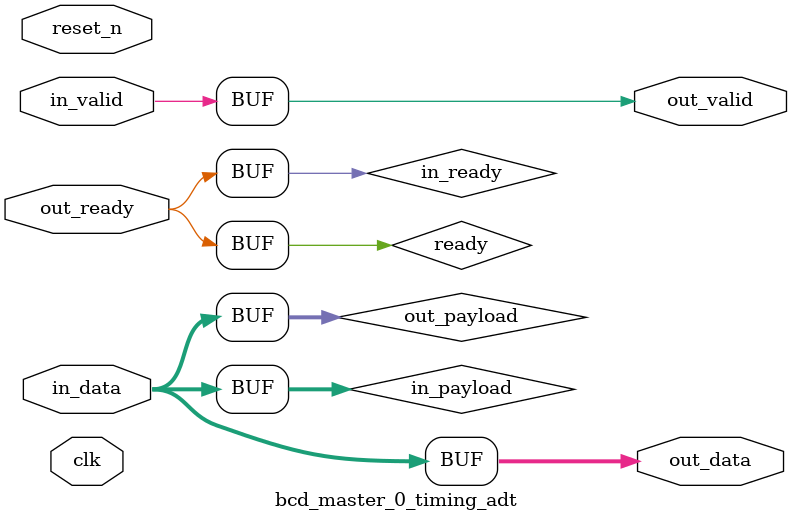
<source format=v>

`timescale 1ns / 100ps
module bcd_master_0_timing_adt (
    
      // Interface: clk
      input              clk,
      // Interface: reset
      input              reset_n,
      // Interface: in
      input              in_valid,
      input      [ 7: 0] in_data,
      // Interface: out
      output reg         out_valid,
      output reg [ 7: 0] out_data,
      input              out_ready
);




   // ---------------------------------------------------------------------
   //| Signal Declarations
   // ---------------------------------------------------------------------

   reg  [ 7: 0] in_payload;
   reg  [ 7: 0] out_payload;
   reg  [ 0: 0] ready;
   reg          in_ready;
   // synthesis translate_off
   always @(negedge in_ready) begin
      $display("%m: The downstream component is backpressuring by deasserting ready, but the upstream component can't be backpressured.");
   end
   // synthesis translate_on   


   // ---------------------------------------------------------------------
   //| Payload Mapping
   // ---------------------------------------------------------------------
   always @* begin
     in_payload = {in_data};
     {out_data} = out_payload;
   end

   // ---------------------------------------------------------------------
   //| Ready & valid signals.
   // ---------------------------------------------------------------------
   always @* begin
     ready[0] = out_ready;
     out_valid = in_valid;
     out_payload = in_payload;
     in_ready = ready[0];
   end




endmodule


</source>
